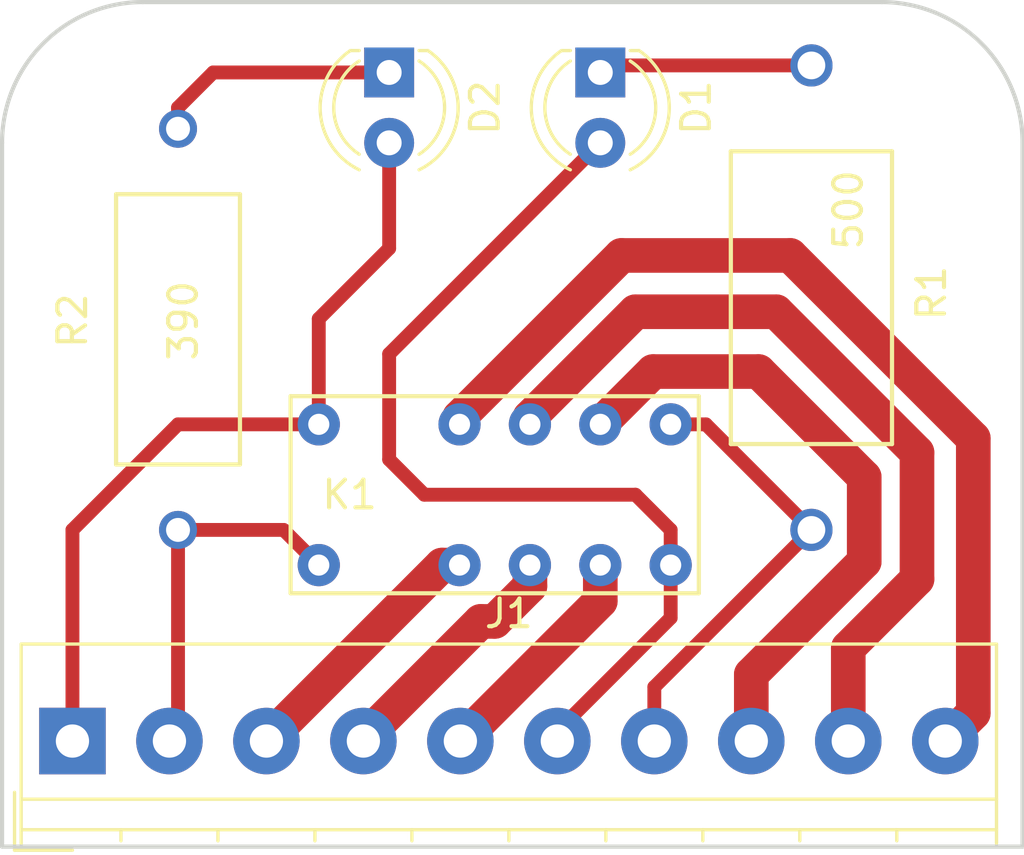
<source format=kicad_pcb>
(kicad_pcb (version 20240108) (generator "pcbnew") (generator_version "8.0")
  (layers (0 "F.Cu" signal) (31 "B.Cu" signal) (34 "B.Paste" user) (35 "F.Paste" user) (36 "B.SilkS" user "B.Silkscreen") (37 "F.SilkS" user "F.Silkscreen") (38 "B.Mask" user) (39 "F.Mask" user) (44 "Edge.Cuts" user))
  (net 0 "")
  (net 1 "Net-(D2-Pad1)")
  (net 2 "Net-(J1-Pad4)")
  (net 3 "Net-(D1-Pad1)")
  (net 4 "Net-(J1-Pad2)")
  (net 5 "Net-(D1-Pad2)")
  (net 6 "Net-(D2-Pad2)")
  (net 7 "Net-(J1-Pad8)")
  (net 8 "Net-(J1-Pad9)")
  (net 9 "Net-(J1-Pad10)")
  (net 10 "Net-(J1-Pad5)")
  (net 11 "Net-(J1-Pad6)")
  (net 12 "Net-(J1-Pad7)")
  (footprint "LEDs:LED_D4.0mm" (layer "F.Cu") (at 146.05 66.04 -90)
    (property "Reference" "D1" (at 1.27 -3.46 -90) (layer "F.SilkS"))
    (property "Value" "LED_Small")
    (fp_line (start -0.79 1.08) (end -0.79 1.399) (stroke (width 0.12)) (layer "F.SilkS"))
    (fp_line (start -0.79 -1.399) (end -0.79 -1.08) (stroke (width 0.12)) (layer "F.SilkS"))
    (fp_arc (start 2.952713 1.080961) (mid 1.269429 2) (end -0.41333 1.08) (stroke (width 0.12)) (layer "F.SilkS"))
    (fp_arc (start 3.513242 1.080724) (mid 1.453519 2.483228) (end -0.79 1.398749) (stroke (width 0.12)) (layer "F.SilkS"))
    (fp_arc (start -0.41333 -1.08) (mid 1.269429 -2) (end 2.952713 -1.080961) (stroke (width 0.12)) (layer "F.SilkS"))
    (fp_arc (start -0.79 -1.398749) (mid 1.453519 -2.483228) (end 3.513242 -1.080724) (stroke (width 0.12)) (layer "F.SilkS"))
    (pad "1" thru_hole rect (at 0 0 270) (size 1.8 1.8) (drill 0.9) (layers "*.Cu" "*.Mask") (net 3 "Net-(D1-Pad1)"))
    (pad "2" thru_hole circle (at 2.54 0 270) (size 1.8 1.8) (drill 0.9) (layers "*.Cu" "*.Mask") (net 5 "Net-(D1-Pad2)"))
  )
  (footprint "LEDs:LED_D4.0mm" (layer "F.Cu") (at 138.43 66.04 -90)
    (property "Reference" "D2" (at 1.27 -3.46 -90) (layer "F.SilkS"))
    (property "Value" "LED_Small")
    (fp_line (start -0.79 1.08) (end -0.79 1.399) (stroke (width 0.12)) (layer "F.SilkS"))
    (fp_line (start -0.79 -1.399) (end -0.79 -1.08) (stroke (width 0.12)) (layer "F.SilkS"))
    (fp_arc (start 2.952713 1.080961) (mid 1.269429 2) (end -0.41333 1.08) (stroke (width 0.12)) (layer "F.SilkS"))
    (fp_arc (start 3.513242 1.080724) (mid 1.453519 2.483228) (end -0.79 1.398749) (stroke (width 0.12)) (layer "F.SilkS"))
    (fp_arc (start -0.41333 -1.08) (mid 1.269429 -2) (end 2.952713 -1.080961) (stroke (width 0.12)) (layer "F.SilkS"))
    (fp_arc (start -0.79 -1.398749) (mid 1.453519 -2.483228) (end 3.513242 -1.080724) (stroke (width 0.12)) (layer "F.SilkS"))
    (pad "1" thru_hole rect (at 0 0 270) (size 1.8 1.8) (drill 0.9) (layers "*.Cu" "*.Mask") (net 1 "Net-(D2-Pad1)"))
    (pad "2" thru_hole circle (at 2.54 0 270) (size 1.8 1.8) (drill 0.9) (layers "*.Cu" "*.Mask") (net 6 "Net-(D2-Pad2)"))
  )
  (footprint "Library:Relay" (layer "F.Cu") (at 135.89 83.82)
    (property "Reference" "K1" (at 1.11 -2.54 0) (layer "F.SilkS"))
    (property "Value" "AZ850P2-x")
    (fp_line (start -1.016 -6.096) (end -1.016 1.016) (stroke (width 0.15)) (layer "F.SilkS"))
    (fp_line (start -1.016 1.016) (end 13.716 1.016) (stroke (width 0.15)) (layer "F.SilkS"))
    (fp_line (start 13.716 -6.096) (end -1.016 -6.096) (stroke (width 0.15)) (layer "F.SilkS"))
    (fp_line (start 13.716 1.016) (end 13.716 -6.096) (stroke (width 0.15)) (layer "F.SilkS"))
    (pad "1" thru_hole circle (at 0 0) (size 1.524 1.524) (drill 0.762) (layers "*.Cu" "*.Mask") (net 2 "Net-(J1-Pad4)"))
    (pad "3" thru_hole circle (at 5.08 0) (size 1.524 1.524) (drill 0.762) (layers "*.Cu" "*.Mask") (net 10 "Net-(J1-Pad5)"))
    (pad "4" thru_hole circle (at 7.62 0) (size 1.524 1.524) (drill 0.762) (layers "*.Cu" "*.Mask") (net 11 "Net-(J1-Pad6)"))
    (pad "5" thru_hole circle (at 10.16 0) (size 1.524 1.524) (drill 0.762) (layers "*.Cu" "*.Mask") (net 12 "Net-(J1-Pad7)"))
    (pad "6" thru_hole circle (at 12.7 0) (size 1.524 1.524) (drill 0.762) (layers "*.Cu" "*.Mask") (net 5 "Net-(D1-Pad2)"))
    (pad "7" thru_hole circle (at 12.7 -5.08) (size 1.524 1.524) (drill 0.762) (layers "*.Cu" "*.Mask") (net 4 "Net-(J1-Pad2)"))
    (pad "8" thru_hole circle (at 10.16 -5.08) (size 1.524 1.524) (drill 0.762) (layers "*.Cu" "*.Mask") (net 9 "Net-(J1-Pad10)"))
    (pad "9" thru_hole circle (at 7.62 -5.08) (size 1.524 1.524) (drill 0.762) (layers "*.Cu" "*.Mask") (net 8 "Net-(J1-Pad9)"))
    (pad "10" thru_hole circle (at 5.08 -5.08) (size 1.524 1.524) (drill 0.762) (layers "*.Cu" "*.Mask") (net 7 "Net-(J1-Pad8)"))
    (pad "12" thru_hole circle (at 0 -5.08) (size 1.524 1.524) (drill 0.762) (layers "*.Cu" "*.Mask") (net 6 "Net-(D2-Pad2)"))
  )
  (footprint "Library:Terminal_Block_Relay" (layer "F.Cu") (at 127 90.17)
    (property "Reference" "J1" (at 15.75 -4.6 0) (layer "F.SilkS"))
    (property "Value" "Relay Socket")
    (fp_line (start -2.09 1.85) (end -2.09 3.94) (stroke (width 0.12)) (layer "F.SilkS"))
    (fp_line (start -2.09 3.94) (end 0 3.94) (stroke (width 0.12)) (layer "F.SilkS"))
    (fp_line (start -1.85 -3.5) (end 33.35 -3.5) (stroke (width 0.12)) (layer "F.SilkS"))
    (fp_line (start -1.85 2.1) (end 33.35 2.1) (stroke (width 0.12)) (layer "F.SilkS"))
    (fp_line (start -1.85 3.2) (end 33.35 3.2) (stroke (width 0.12)) (layer "F.SilkS"))
    (fp_line (start -1.85 3.7) (end -1.85 -3.5) (stroke (width 0.12)) (layer "F.SilkS"))
    (fp_line (start 1.75 3.2) (end 1.75 3.6) (stroke (width 0.12)) (layer "F.SilkS"))
    (fp_line (start 5.25 3.2) (end 5.25 3.6) (stroke (width 0.12)) (layer "F.SilkS"))
    (fp_line (start 8.75 3.2) (end 8.75 3.6) (stroke (width 0.12)) (layer "F.SilkS"))
    (fp_line (start 12.25 3.2) (end 12.25 3.6) (stroke (width 0.12)) (layer "F.SilkS"))
    (fp_line (start 15.75 3.2) (end 15.75 3.6) (stroke (width 0.12)) (layer "F.SilkS"))
    (fp_line (start 19.25 3.2) (end 19.25 3.6) (stroke (width 0.12)) (layer "F.SilkS"))
    (fp_line (start 22.75 3.2) (end 22.75 3.6) (stroke (width 0.12)) (layer "F.SilkS"))
    (fp_line (start 26.25 3.2) (end 26.25 3.6) (stroke (width 0.12)) (layer "F.SilkS"))
    (fp_line (start 29.75 3.2) (end 29.75 3.6) (stroke (width 0.12)) (layer "F.SilkS"))
    (fp_line (start 33.35 -3.5) (end 33.35 3.7) (stroke (width 0.12)) (layer "F.SilkS"))
    (pad "1" thru_hole rect (at 0 0) (size 2.4 2.4) (drill 1.2) (layers "*.Cu" "*.Mask") (net 6 "Net-(D2-Pad2)"))
    (pad "2" thru_hole circle (at 21 0) (size 2.4 2.4) (drill 1.2) (layers "*.Cu" "*.Mask") (net 4 "Net-(J1-Pad2)"))
    (pad "3" thru_hole circle (at 17.5 0) (size 2.4 2.4) (drill 1.2) (layers "*.Cu" "*.Mask") (net 5 "Net-(D1-Pad2)"))
    (pad "4" thru_hole circle (at 3.5 0) (size 2.4 2.4) (drill 1.2) (layers "*.Cu" "*.Mask") (net 2 "Net-(J1-Pad4)"))
    (pad "5" thru_hole circle (at 7 0) (size 2.4 2.4) (drill 1.2) (layers "*.Cu" "*.Mask") (net 10 "Net-(J1-Pad5)"))
    (pad "6" thru_hole circle (at 10.5 0) (size 2.4 2.4) (drill 1.2) (layers "*.Cu" "*.Mask") (net 11 "Net-(J1-Pad6)"))
    (pad "7" thru_hole circle (at 14 0) (size 2.4 2.4) (drill 1.2) (layers "*.Cu" "*.Mask") (net 12 "Net-(J1-Pad7)"))
    (pad "8" thru_hole circle (at 31.5 0) (size 2.4 2.4) (drill 1.2) (layers "*.Cu" "*.Mask") (net 7 "Net-(J1-Pad8)"))
    (pad "9" thru_hole circle (at 28 0) (size 2.4 2.4) (drill 1.2) (layers "*.Cu" "*.Mask") (net 8 "Net-(J1-Pad9)"))
    (pad "10" thru_hole circle (at 24.5 0) (size 2.4 2.4) (drill 1.2) (layers "*.Cu" "*.Mask") (net 9 "Net-(J1-Pad10)"))
  )
  (footprint "Library:42J500E" (layer "F.Cu") (at 153.67 82.55 -90)
    (property "Reference" "R1" (at -8.55 -4.33 -90) (layer "F.SilkS"))
    (property "Value" "500" (at -11.55 -1.33 -90) (layer "F.SilkS"))
    (fp_line (start -13.6652 2.9083) (end -3.0988 2.9083) (stroke (width 0.1524)) (layer "F.SilkS"))
    (fp_line (start -3.0988 2.9083) (end -3.0988 -2.9083) (stroke (width 0.1524)) (layer "F.SilkS"))
    (fp_line (start -13.6652 -2.9083) (end -13.6652 2.9083) (stroke (width 0.1524)) (layer "F.SilkS"))
    (fp_line (start -3.0988 -2.9083) (end -13.6652 -2.9083) (stroke (width 0.1524)) (layer "F.SilkS"))
    (pad "1" thru_hole circle (at -16.764 0 270) (size 1.524 1.524) (drill 1) (layers "*.Cu" "*.Mask") (net 3 "Net-(D1-Pad1)"))
    (pad "2" thru_hole circle (at 0 0 270) (size 1.524 1.524) (drill 1) (layers "*.Cu" "*.Mask") (net 4 "Net-(J1-Pad2)"))
  )
  (footprint "Library:FMP200JR-52-390R" (layer "F.Cu") (at 130.81 82.55 -90)
    (property "Reference" "R2" (at -7.55 3.81 -90) (layer "F.SilkS"))
    (property "Value" "390" (at -7.55 -0.19 -90) (layer "F.SilkS"))
    (fp_line (start -12.1158 2.2352) (end -2.3622 2.2352) (stroke (width 0.1524)) (layer "F.SilkS"))
    (fp_line (start -2.3622 2.2352) (end -2.3622 -2.2352) (stroke (width 0.1524)) (layer "F.SilkS"))
    (fp_line (start -12.1158 -2.2352) (end -12.1158 2.2352) (stroke (width 0.1524)) (layer "F.SilkS"))
    (fp_line (start -2.3622 -2.2352) (end -12.1158 -2.2352) (stroke (width 0.1524)) (layer "F.SilkS"))
    (pad "1" thru_hole circle (at -14.478 0 270) (size 1.3716 1.3716) (drill 0.8636) (layers "*.Cu" "*.Mask") (net 1 "Net-(D2-Pad1)"))
    (pad "2" thru_hole circle (at 0 0 270) (size 1.3716 1.3716) (drill 0.8636) (layers "*.Cu" "*.Mask") (net 2 "Net-(J1-Pad4)"))
  )
  (gr_line (start 124.46 93.98) (end 161.29 93.98) (stroke (width 0.15)) (layer "Edge.Cuts"))
  (gr_arc (start 124.46 68.58) (mid 125.947898 64.987898) (end 129.54 63.5) (stroke (width 0.15)) (layer "Edge.Cuts"))
  (gr_line (start 156.21 63.5) (end 129.54 63.5) (stroke (width 0.15)) (layer "Edge.Cuts"))
  (gr_line (start 124.46 68.58) (end 124.46 93.98) (stroke (width 0.15)) (layer "Edge.Cuts"))
  (gr_arc (start 156.21 63.5) (mid 159.802102 64.987898) (end 161.29 68.58) (stroke (width 0.15)) (layer "Edge.Cuts"))
  (gr_line (start 161.29 68.58) (end 161.29 93.98) (stroke (width 0.15)) (layer "Edge.Cuts"))
  (segment (start 130.81 67.31) (end 132.08 66.04) (width 0.5) (layer "F.Cu") (net 1))
  (segment (start 132.08 66.04) (end 138.43 66.04) (width 0.5) (layer "F.Cu") (net 1))
  (segment (start 130.81 68.072) (end 130.81 67.31) (width 0.5) (layer "F.Cu") (net 1))
  (segment (start 134.62 82.55) (end 135.89 83.82) (width 0.5) (layer "F.Cu") (net 2))
  (segment (start 130.81 89.86) (end 130.5 90.17) (width 0.5) (layer "F.Cu") (net 2))
  (segment (start 130.81 82.55) (end 134.62 82.55) (width 0.5) (layer "F.Cu") (net 2))
  (segment (start 130.81 82.55) (end 130.81 89.86) (width 0.5) (layer "F.Cu") (net 2))
  (segment (start 146.304 65.786) (end 146.05 66.04) (width 0.5) (layer "F.Cu") (net 3))
  (segment (start 153.67 65.786) (end 146.304 65.786) (width 0.5) (layer "F.Cu") (net 3))
  (segment (start 149.86 78.74) (end 148.59 78.74) (width 0.5) (layer "F.Cu") (net 4))
  (segment (start 148 88.22) (end 153.67 82.55) (width 0.5) (layer "F.Cu") (net 4))
  (segment (start 148 90.17) (end 148 88.22) (width 0.5) (layer "F.Cu") (net 4))
  (segment (start 153.67 82.55) (end 149.86 78.74) (width 0.5) (layer "F.Cu") (net 4))
  (segment (start 148.59 82.55) (end 147.32 81.28) (width 0.5) (layer "F.Cu") (net 5))
  (segment (start 147.32 81.28) (end 139.7 81.28) (width 0.5) (layer "F.Cu") (net 5))
  (segment (start 139.7 81.28) (end 138.43 80.01) (width 0.5) (layer "F.Cu") (net 5))
  (segment (start 138.43 80.01) (end 138.43 76.2) (width 0.5) (layer "F.Cu") (net 5))
  (segment (start 138.43 76.2) (end 146.05 68.58) (width 0.5) (layer "F.Cu") (net 5))
  (segment (start 144.5 89.815) (end 148.59 85.725) (width 0.5) (layer "F.Cu") (net 5))
  (segment (start 148.59 85.725) (end 148.59 83.82) (width 0.5) (layer "F.Cu") (net 5))
  (segment (start 144.5 90.17) (end 144.78 90.17) (width 0.5) (layer "F.Cu") (net 5))
  (segment (start 144.5 90.17) (end 144.5 89.815) (width 0.5) (layer "F.Cu") (net 5))
  (segment (start 148.59 83.82) (end 148.59 82.55) (width 0.5) (layer "F.Cu") (net 5))
  (segment (start 138.43 72.39) (end 135.89 74.93) (width 0.5) (layer "F.Cu") (net 6))
  (segment (start 135.89 74.93) (end 135.89 78.74) (width 0.5) (layer "F.Cu") (net 6))
  (segment (start 127 82.55) (end 130.81 78.74) (width 0.5) (layer "F.Cu") (net 6))
  (segment (start 130.81 78.74) (end 135.89 78.74) (width 0.5) (layer "F.Cu") (net 6))
  (segment (start 138.43 68.58) (end 138.43 72.39) (width 0.5) (layer "F.Cu") (net 6))
  (segment (start 127 90.17) (end 127 82.55) (width 0.5) (layer "F.Cu") (net 6))
  (segment (start 140.97 78.486) (end 146.812 72.644) (width 1.25) (layer "F.Cu") (net 7))
  (segment (start 146.812 72.644) (end 152.908 72.644) (width 1.25) (layer "F.Cu") (net 7))
  (segment (start 152.908 72.644) (end 159.512 79.248) (width 1.25) (layer "F.Cu") (net 7))
  (segment (start 159.512 79.248) (end 159.512 89.158) (width 1.25) (layer "F.Cu") (net 7))
  (segment (start 159.512 89.158) (end 158.5 90.17) (width 1.25) (layer "F.Cu") (net 7))
  (segment (start 140.97 78.74) (end 140.97 78.486) (width 1.25) (layer "F.Cu") (net 7))
  (segment (start 143.51 78.486) (end 147.32 74.676) (width 1.25) (layer "F.Cu") (net 8))
  (segment (start 147.32 74.676) (end 152.4 74.676) (width 1.25) (layer "F.Cu") (net 8))
  (segment (start 152.4 74.676) (end 157.48 79.756) (width 1.25) (layer "F.Cu") (net 8))
  (segment (start 157.48 79.756) (end 157.48 84.328) (width 1.25) (layer "F.Cu") (net 8))
  (segment (start 157.48 84.328) (end 155 86.808) (width 1.25) (layer "F.Cu") (net 8))
  (segment (start 155 86.808) (end 155 90.17) (width 1.25) (layer "F.Cu") (net 8))
  (segment (start 143.51 78.74) (end 143.51 78.486) (width 1.25) (layer "F.Cu") (net 8))
  (segment (start 147.955 76.835) (end 151.765 76.835) (width 1.25) (layer "F.Cu") (net 9))
  (segment (start 151.765 76.835) (end 155.575 80.645) (width 1.25) (layer "F.Cu") (net 9))
  (segment (start 155.575 80.645) (end 155.575 83.693) (width 1.25) (layer "F.Cu") (net 9))
  (segment (start 155.575 83.693) (end 151.5 87.768) (width 1.25) (layer "F.Cu") (net 9))
  (segment (start 151.5 87.768) (end 151.5 90.17) (width 1.25) (layer "F.Cu") (net 9))
  (segment (start 146.05 78.74) (end 147.955 76.835) (width 1.25) (layer "F.Cu") (net 9))
  (segment (start 151.5 90.17) (end 151.5 89.8) (width 1.25) (layer "F.Cu") (net 9))
  (segment (start 134 90.155) (end 140.335 83.82) (width 1.25) (layer "F.Cu") (net 10))
  (segment (start 140.335 83.82) (end 140.97 83.82) (width 1.25) (layer "F.Cu") (net 10))
  (segment (start 134 90.17) (end 134 90.155) (width 1.25) (layer "F.Cu") (net 10))
  (segment (start 137.5 90.084) (end 141.732 85.852) (width 1.25) (layer "F.Cu") (net 11))
  (segment (start 141.732 85.852) (end 142.24 85.852) (width 1.25) (layer "F.Cu") (net 11))
  (segment (start 142.24 85.852) (end 143.51 84.582) (width 1.25) (layer "F.Cu") (net 11))
  (segment (start 143.51 84.582) (end 143.51 83.82) (width 1.25) (layer "F.Cu") (net 11))
  (segment (start 137.5 90.17) (end 137.5 90.084) (width 1.25) (layer "F.Cu") (net 11))
  (segment (start 146.05 85.12) (end 141 90.17) (width 1.25) (layer "F.Cu") (net 12))
  (segment (start 146.05 83.82) (end 146.05 85.12) (width 1.25) (layer "F.Cu") (net 12))
)
</source>
